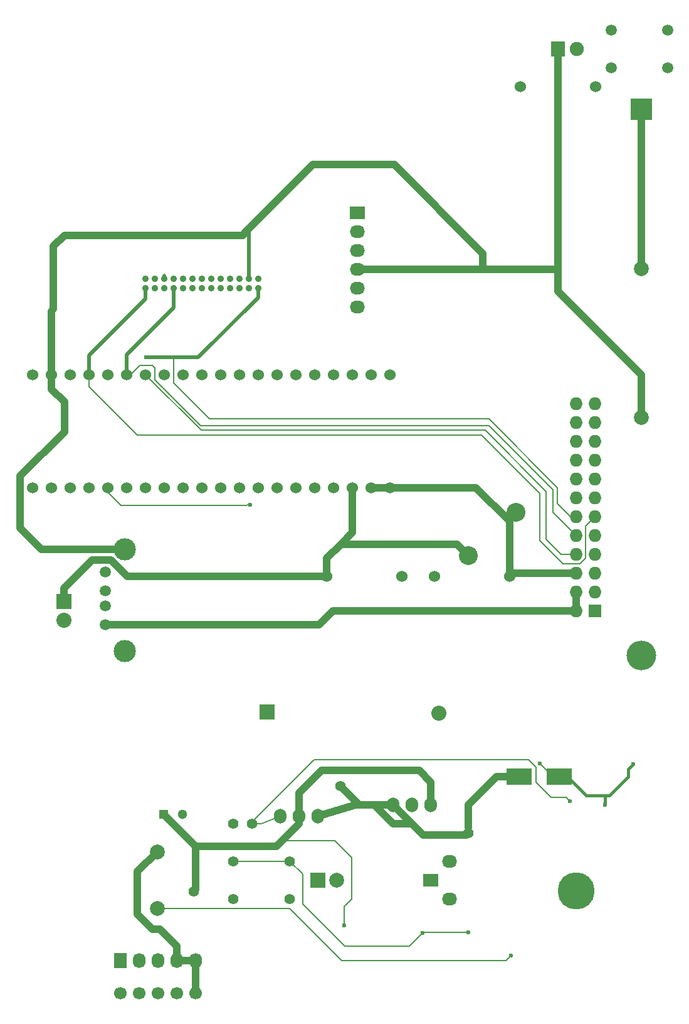
<source format=gbr>
G04 #@! TF.FileFunction,Copper,L2,Bot,Signal*
%FSLAX46Y46*%
G04 Gerber Fmt 4.6, Leading zero omitted, Abs format (unit mm)*
G04 Created by KiCad (PCBNEW 4.0.2+dfsg1-stable) date 2017年07月19日 12時55分51秒*
%MOMM*%
G01*
G04 APERTURE LIST*
%ADD10C,0.100000*%
%ADD11R,3.000000X3.000000*%
%ADD12O,4.000000X4.000000*%
%ADD13C,2.000000*%
%ADD14R,1.900000X2.000000*%
%ADD15C,1.900000*%
%ADD16C,1.501140*%
%ADD17C,2.999740*%
%ADD18R,2.032000X1.727200*%
%ADD19O,2.032000X1.727200*%
%ADD20C,1.524000*%
%ADD21C,1.500000*%
%ADD22R,2.032000X2.032000*%
%ADD23O,2.032000X2.032000*%
%ADD24C,0.900000*%
%ADD25R,1.727200X1.727200*%
%ADD26O,1.727200X1.727200*%
%ADD27R,1.300000X1.300000*%
%ADD28C,1.300000*%
%ADD29R,2.000000X2.000000*%
%ADD30O,1.700000X2.000000*%
%ADD31R,1.727200X2.032000*%
%ADD32O,1.727200X2.032000*%
%ADD33C,1.700000*%
%ADD34C,1.397000*%
%ADD35R,3.500120X2.301240*%
%ADD36C,5.000000*%
%ADD37C,2.540000*%
%ADD38C,1.399540*%
%ADD39C,0.600000*%
%ADD40C,1.016000*%
%ADD41C,0.508000*%
%ADD42C,0.381000*%
%ADD43C,0.203200*%
G04 APERTURE END LIST*
D10*
D11*
X176443600Y-49748800D03*
D12*
X176443600Y-123408800D03*
D13*
X176443600Y-91308800D03*
X176443600Y-71308800D03*
D14*
X165173600Y-41620800D03*
D15*
X167713600Y-41620800D03*
D16*
X104083480Y-112131940D03*
X104083480Y-114671940D03*
X104083480Y-116703940D03*
X104083480Y-119243940D03*
D17*
X106750480Y-109083940D03*
X106750480Y-122799940D03*
D18*
X138085600Y-63744800D03*
D19*
X138085600Y-66284800D03*
X138085600Y-68824800D03*
X138085600Y-71364800D03*
X138085600Y-73904800D03*
X138085600Y-76444800D03*
D20*
X160093600Y-46700800D03*
X170253600Y-46700800D03*
X134005600Y-112744800D03*
X144165600Y-112744800D03*
X148505600Y-112744800D03*
X158665600Y-112744800D03*
D21*
X179999600Y-39080800D03*
X179999600Y-44160800D03*
X172379600Y-39080800D03*
X172379600Y-44160800D03*
D22*
X125897600Y-131028800D03*
D23*
X149085600Y-131244800D03*
D24*
X109465600Y-73879800D03*
X109465600Y-72609800D03*
X110735600Y-73879800D03*
X110735600Y-72609800D03*
X112005600Y-73879800D03*
X112005600Y-72609800D03*
X113275600Y-73879800D03*
X113275600Y-72609800D03*
X114545600Y-73879800D03*
X114545600Y-72609800D03*
X115815600Y-73879800D03*
X115815600Y-72609800D03*
X117085600Y-73879800D03*
X117085600Y-72609800D03*
X118355600Y-73879800D03*
X118355600Y-72609800D03*
X119625600Y-73879800D03*
X119625600Y-72609800D03*
X120895600Y-73879800D03*
X120895600Y-72609800D03*
X122165600Y-73879800D03*
X122165600Y-72609800D03*
X123435600Y-73879800D03*
X123435600Y-72609800D03*
X124705600Y-73879800D03*
X124705600Y-72609800D03*
D20*
X142545600Y-85554800D03*
X140005600Y-85554800D03*
X137465600Y-85554800D03*
X134925600Y-85554800D03*
X132385600Y-85554800D03*
X129845600Y-85554800D03*
X127305600Y-85554800D03*
X124765600Y-85554800D03*
X122225600Y-85554800D03*
X119685600Y-85554800D03*
X117145600Y-85554800D03*
X114605600Y-85554800D03*
X112065600Y-85554800D03*
X109525600Y-85554800D03*
X106985600Y-85554800D03*
X104445600Y-85554800D03*
X101905600Y-85554800D03*
X99365600Y-85554800D03*
X96825600Y-85554800D03*
X94285600Y-85554800D03*
X94285600Y-100794800D03*
X96825600Y-100794800D03*
X99365600Y-100794800D03*
X101905600Y-100794800D03*
X104445600Y-100794800D03*
X106985600Y-100794800D03*
X109525600Y-100794800D03*
X112065600Y-100794800D03*
X114605600Y-100794800D03*
X117145600Y-100794800D03*
X119685600Y-100794800D03*
X122225600Y-100794800D03*
X124765600Y-100794800D03*
X127305600Y-100794800D03*
X129845600Y-100794800D03*
X132385600Y-100794800D03*
X134925600Y-100794800D03*
X137465600Y-100794800D03*
X140005600Y-100794800D03*
X142545600Y-100794800D03*
D22*
X98465600Y-116169800D03*
D23*
X98465600Y-118709800D03*
D25*
X170220600Y-117439800D03*
D26*
X167680600Y-117439800D03*
X170220600Y-114899800D03*
X167680600Y-114899800D03*
X170220600Y-112359800D03*
X167680600Y-112359800D03*
X170220600Y-109819800D03*
X167680600Y-109819800D03*
X170220600Y-107279800D03*
X167680600Y-107279800D03*
X170220600Y-104739800D03*
X167680600Y-104739800D03*
X170220600Y-102199800D03*
X167680600Y-102199800D03*
X170220600Y-99659800D03*
X167680600Y-99659800D03*
X170220600Y-97119800D03*
X167680600Y-97119800D03*
X170220600Y-94579800D03*
X167680600Y-94579800D03*
X170220600Y-92039800D03*
X167680600Y-92039800D03*
X170220600Y-89499800D03*
X167680600Y-89499800D03*
D27*
X111997600Y-144854800D03*
D28*
X114497600Y-144854800D03*
D29*
X132825600Y-153744800D03*
D13*
X135365600Y-153744800D03*
D30*
X148065600Y-143584800D03*
X145525600Y-143584800D03*
X142985600Y-143584800D03*
X132825600Y-145108800D03*
X130285600Y-145108800D03*
X127745600Y-145108800D03*
D31*
X106155600Y-164539800D03*
D32*
X108695600Y-164539800D03*
X111235600Y-164539800D03*
X113775600Y-164539800D03*
X116315600Y-164539800D03*
D33*
X116315600Y-168984800D03*
X111235600Y-168984800D03*
X113775600Y-168984800D03*
X108695600Y-168984800D03*
X106155600Y-168984800D03*
D18*
X148065600Y-153744800D03*
D19*
X150605600Y-151204800D03*
X150605600Y-156284800D03*
D34*
X121395600Y-146124800D03*
X123935600Y-146124800D03*
D13*
X111085600Y-157544640D03*
X111085600Y-149944960D03*
D35*
X159970580Y-139774800D03*
X165370620Y-139774800D03*
D34*
X129015600Y-151204800D03*
X129015600Y-156284800D03*
X121395600Y-151204800D03*
X121395600Y-156284800D03*
D36*
X167685600Y-155214800D03*
D37*
X159552600Y-104104800D03*
D38*
X135873600Y-141044800D03*
X153145600Y-147394800D03*
D37*
X153075600Y-109946800D03*
D39*
X136381600Y-159840800D03*
D38*
X116061600Y-155268800D03*
D39*
X123611600Y-103088800D03*
X109585600Y-83244800D03*
X162734100Y-137996800D03*
X171560600Y-143584800D03*
X175370600Y-138074800D03*
X166861600Y-143076800D03*
X146922600Y-160856800D03*
X153145600Y-160729800D03*
X158860600Y-163904800D03*
D40*
X158665600Y-104991800D02*
X158665600Y-105324800D01*
X159552600Y-104104800D02*
X158665600Y-104991800D01*
X167680600Y-112359800D02*
X159050600Y-112359800D01*
X159050600Y-112359800D02*
X158665600Y-112744800D01*
X96825600Y-85554800D02*
X96825600Y-76984800D01*
X96825600Y-76984800D02*
X97085600Y-76724800D01*
X142545600Y-100794800D02*
X140005600Y-100794800D01*
X158665600Y-112744800D02*
X158665600Y-105324800D01*
X158665600Y-105324800D02*
X154135600Y-100794800D01*
X154135600Y-100794800D02*
X142545600Y-100794800D01*
D41*
X123435600Y-72609800D02*
X123435600Y-65894800D01*
X123435600Y-65894800D02*
X123085600Y-66244800D01*
X123085600Y-66244800D02*
X123085600Y-66744800D01*
X123085600Y-66744800D02*
X123085600Y-66244800D01*
D40*
X98585600Y-93244800D02*
X98585600Y-89244800D01*
X95424740Y-109083940D02*
X92585600Y-106244800D01*
X92585600Y-106244800D02*
X92585600Y-99244800D01*
X92585600Y-99244800D02*
X98585600Y-93244800D01*
X106750480Y-109083940D02*
X95424740Y-109083940D01*
X155085600Y-69244800D02*
X155085600Y-71244800D01*
X155085600Y-71244800D02*
X155085600Y-71364800D01*
X143085600Y-57244800D02*
X155085600Y-69244800D01*
X132085600Y-57244800D02*
X143085600Y-57244800D01*
X122585600Y-66744800D02*
X123085600Y-66244800D01*
X123085600Y-66244800D02*
X132085600Y-57244800D01*
X98585600Y-66744800D02*
X122585600Y-66744800D01*
X97085600Y-68244800D02*
X98585600Y-66744800D01*
X97085600Y-76724800D02*
X97085600Y-68244800D01*
X96825600Y-76984800D02*
X97085600Y-76724800D01*
X96825600Y-87484800D02*
X96825600Y-76984800D01*
X98585600Y-89244800D02*
X96825600Y-87484800D01*
X138085600Y-71364800D02*
X148249600Y-71364800D01*
X148249600Y-71364800D02*
X155085600Y-71364800D01*
X155085600Y-71364800D02*
X165173600Y-71364800D01*
X165173600Y-71364800D02*
X165085600Y-71276800D01*
X165085600Y-71276800D02*
X165085600Y-71244800D01*
X165085600Y-71244800D02*
X165173600Y-71244800D01*
X165173600Y-41620800D02*
X165173600Y-71244800D01*
X165173600Y-71244800D02*
X165173600Y-74332800D01*
X176443600Y-85602800D02*
X176443600Y-91308800D01*
X165173600Y-74332800D02*
X176443600Y-85602800D01*
X113775600Y-164539800D02*
X113775600Y-162634800D01*
X108441600Y-152588960D02*
X111085600Y-149944960D01*
X108441600Y-158316800D02*
X108441600Y-152588960D01*
X110473600Y-160348800D02*
X108441600Y-158316800D01*
X111489600Y-160348800D02*
X110473600Y-160348800D01*
X113775600Y-162634800D02*
X111489600Y-160348800D01*
X140445600Y-143584800D02*
X138413600Y-143584800D01*
X138413600Y-143584800D02*
X135873600Y-141044800D01*
X137905600Y-143584800D02*
X140445600Y-143584800D01*
X142985600Y-146124800D02*
X145525600Y-146124800D01*
X140445600Y-143584800D02*
X142985600Y-146124800D01*
X142985600Y-143584800D02*
X145525600Y-146124800D01*
X145525600Y-146124800D02*
X147049600Y-147648800D01*
X147049600Y-147648800D02*
X152891600Y-147648800D01*
X152891600Y-147648800D02*
X153145600Y-147394800D01*
X153145600Y-146632800D02*
X153145600Y-143584800D01*
D42*
X153145600Y-146632800D02*
X153145600Y-147394800D01*
D40*
X153145600Y-143584800D02*
X156955600Y-139774800D01*
X156955600Y-139774800D02*
X159970580Y-139774800D01*
X116315600Y-168984800D02*
X116315600Y-164539800D01*
X116315600Y-164539800D02*
X113775600Y-164539800D01*
X142985600Y-143584800D02*
X137905600Y-143584800D01*
X137905600Y-143584800D02*
X132825600Y-145108800D01*
X135907600Y-108422800D02*
X151551600Y-108422800D01*
X151551600Y-108422800D02*
X153075600Y-109946800D01*
X134005600Y-112744800D02*
X107006458Y-112744800D01*
X98465600Y-114391800D02*
X98465600Y-116169800D01*
X102275600Y-110581800D02*
X98465600Y-114391800D01*
X104843458Y-110581800D02*
X102275600Y-110581800D01*
X107006458Y-112744800D02*
X104843458Y-110581800D01*
X137465600Y-100794800D02*
X137465600Y-106864800D01*
X134005600Y-110324800D02*
X134005600Y-112744800D01*
X137465600Y-106864800D02*
X135907600Y-108422800D01*
X135907600Y-108422800D02*
X134005600Y-110324800D01*
D43*
X135111600Y-148410800D02*
X137397600Y-150696800D01*
X137397600Y-150696800D02*
X137397600Y-156284800D01*
X137397600Y-156284800D02*
X136381600Y-157300800D01*
X136381600Y-157300800D02*
X136381600Y-159840800D01*
X127999600Y-148410800D02*
X135111600Y-148410800D01*
D40*
X116315600Y-149172800D02*
X116315600Y-155014800D01*
X116315600Y-155014800D02*
X116061600Y-155268800D01*
X130285600Y-145108800D02*
X130285600Y-146124800D01*
X116315600Y-149172800D02*
X111997600Y-144854800D01*
X127237600Y-149172800D02*
X116315600Y-149172800D01*
X130285600Y-146124800D02*
X127999600Y-148410800D01*
X127999600Y-148410800D02*
X127237600Y-149172800D01*
X130285600Y-145108800D02*
X130285600Y-141933800D01*
X148065600Y-140536800D02*
X148065600Y-143584800D01*
X146478100Y-138949300D02*
X148065600Y-140536800D01*
X133270100Y-138949300D02*
X146478100Y-138949300D01*
X130285600Y-141933800D02*
X133270100Y-138949300D01*
X176443600Y-71308800D02*
X176443600Y-49748800D01*
D43*
X106212600Y-103215800D02*
X123103600Y-103215800D01*
X123103600Y-103215800D02*
X123230600Y-103088800D01*
X123230600Y-103088800D02*
X123611600Y-103088800D01*
X104445600Y-101448800D02*
X106212600Y-103215800D01*
X104445600Y-100794800D02*
X104445600Y-101448800D01*
D41*
X114605600Y-100794800D02*
X114605600Y-100724800D01*
D43*
X101905600Y-85554800D02*
X101905600Y-87224800D01*
X168950600Y-106009800D02*
X170220600Y-104739800D01*
X168950600Y-110327800D02*
X168950600Y-106009800D01*
X168188600Y-111089800D02*
X168950600Y-110327800D01*
X165902600Y-111089800D02*
X168188600Y-111089800D01*
X162727600Y-107914800D02*
X165902600Y-111089800D01*
X162727600Y-101564800D02*
X162727600Y-107914800D01*
X154853600Y-93690800D02*
X162727600Y-101564800D01*
X108371600Y-93690800D02*
X154853600Y-93690800D01*
X101905600Y-87224800D02*
X108371600Y-93690800D01*
D41*
X109465600Y-73879800D02*
X109465600Y-75364800D01*
X101905600Y-82924800D02*
X101905600Y-85554800D01*
X109465600Y-75364800D02*
X101905600Y-82924800D01*
D43*
X167680600Y-109819800D02*
X165648600Y-109819800D01*
X117026600Y-93055800D02*
X109525600Y-85554800D01*
X155361600Y-93055800D02*
X117026600Y-93055800D01*
X163616600Y-101310800D02*
X155361600Y-93055800D01*
X163616600Y-107787800D02*
X163616600Y-101310800D01*
X165648600Y-109819800D02*
X163616600Y-107787800D01*
D41*
X112005600Y-72609800D02*
X112005600Y-72164800D01*
D43*
X106985600Y-85554800D02*
X107490600Y-85554800D01*
X107490600Y-85554800D02*
X108752600Y-84292800D01*
X164505600Y-104104800D02*
X167680600Y-107279800D01*
X164505600Y-101056800D02*
X164505600Y-104104800D01*
X155869600Y-92420800D02*
X164505600Y-101056800D01*
X116961814Y-92420800D02*
X155869600Y-92420800D01*
X110784600Y-86243586D02*
X116961814Y-92420800D01*
X110784600Y-84673800D02*
X110784600Y-86243586D01*
X110403600Y-84292800D02*
X110784600Y-84673800D01*
X108752600Y-84292800D02*
X110403600Y-84292800D01*
D41*
X113275600Y-73879800D02*
X113275600Y-76554800D01*
X106985600Y-82844800D02*
X106985600Y-85554800D01*
X113275600Y-76554800D02*
X106985600Y-82844800D01*
D43*
X167680600Y-104739800D02*
X166918600Y-104739800D01*
X166918600Y-104739800D02*
X165140600Y-102961800D01*
X165140600Y-102961800D02*
X165140600Y-100802800D01*
X165140600Y-100802800D02*
X155869600Y-91531800D01*
X155869600Y-91531800D02*
X118150600Y-91531800D01*
X118150600Y-91531800D02*
X113324600Y-86705800D01*
X113324600Y-86705800D02*
X113324600Y-83244800D01*
D41*
X124705600Y-73879800D02*
X124705600Y-75124800D01*
X116585600Y-83244800D02*
X113324600Y-83244800D01*
X113324600Y-83244800D02*
X109585600Y-83244800D01*
X124705600Y-75124800D02*
X116585600Y-83244800D01*
D40*
X167680600Y-114899800D02*
X167680600Y-117439800D01*
X104083480Y-119243940D02*
X132983460Y-119243940D01*
X134787600Y-117439800D02*
X167680600Y-117439800D01*
X132983460Y-119243940D02*
X134787600Y-117439800D01*
D43*
X162734100Y-137996800D02*
X164512100Y-139774800D01*
X164512100Y-139774800D02*
X165370620Y-139774800D01*
D42*
X171560600Y-143584800D02*
X171560600Y-142314800D01*
X165370620Y-139774800D02*
X166480600Y-139774800D01*
X166480600Y-139774800D02*
X167750600Y-141044800D01*
X166480600Y-139774800D02*
X167750600Y-141044800D01*
X167750600Y-141044800D02*
X169020600Y-142314800D01*
X172195600Y-142314800D02*
X171560600Y-142314800D01*
X171560600Y-142314800D02*
X169020600Y-142314800D01*
X174735600Y-139774800D02*
X172195600Y-142314800D01*
X174735600Y-138709800D02*
X174735600Y-139774800D01*
X174735600Y-138709800D02*
X175370600Y-138074800D01*
D43*
X123935600Y-146124800D02*
X123935600Y-145870800D01*
X123935600Y-145870800D02*
X132317600Y-137488800D01*
X166353600Y-142568800D02*
X166861600Y-143076800D01*
X164321600Y-142568800D02*
X166353600Y-142568800D01*
X162289600Y-140536800D02*
X164321600Y-142568800D01*
X162289600Y-138504800D02*
X162289600Y-140536800D01*
X161273600Y-137488800D02*
X162289600Y-138504800D01*
X132317600Y-137488800D02*
X161273600Y-137488800D01*
X123935600Y-146124800D02*
X125205600Y-146124800D01*
X125205600Y-146124800D02*
X127745600Y-145108800D01*
X145144600Y-162634800D02*
X146922600Y-160856800D01*
X136445100Y-162634800D02*
X145144600Y-162634800D01*
X130730100Y-156919800D02*
X136445100Y-162634800D01*
X130730100Y-152919300D02*
X130730100Y-156919800D01*
X129015600Y-151204800D02*
X130730100Y-152919300D01*
X121395600Y-151204800D02*
X129015600Y-151204800D01*
X153145600Y-160729800D02*
X146795600Y-160729800D01*
X111085600Y-157544640D02*
X129005440Y-157544640D01*
X158225600Y-164539800D02*
X158860600Y-163904800D01*
X136000600Y-164539800D02*
X158225600Y-164539800D01*
X129005440Y-157544640D02*
X136000600Y-164539800D01*
M02*

</source>
